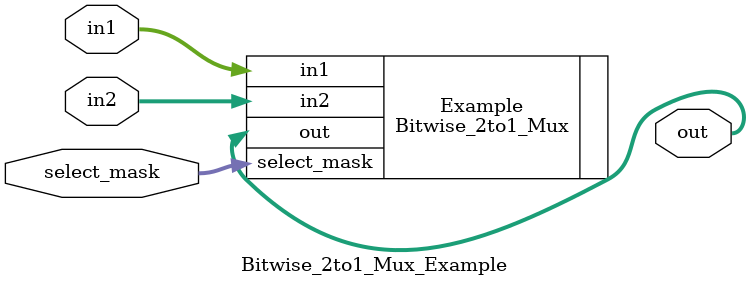
<source format=v>

`default_nettype none

module Bitwise_2to1_Mux_Example
#(
    parameter WORD_WIDTH = 36
)
(
    input   wire    [WORD_WIDTH-1:0]    select_mask,
    input   wire    [WORD_WIDTH-1:0]    in1,
    input   wire    [WORD_WIDTH-1:0]    in2,
    output  wire    [WORD_WIDTH-1:0]    out
);

    Bitwise_2to1_Mux
    #(
        .WORD_WIDTH     (WORD_WIDTH)
    )
    Example
    (
        .select_mask    (select_mask),
        .in1            (in1),
        .in2            (in2),
        .out            (out)
    );

endmodule


</source>
